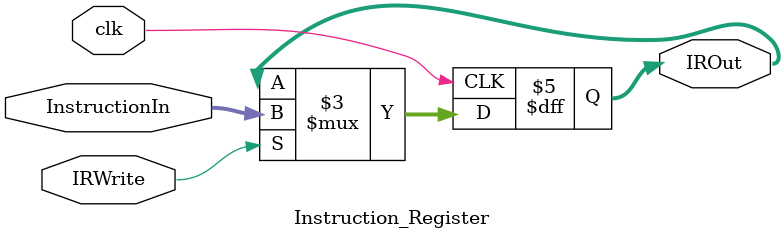
<source format=v>
`timescale 1ns / 1ps
module Instruction_Register(
		input[DATA_WIDTH-1:0] InstructionIn,
		input IRWrite,
		input clk,
		output reg[DATA_WIDTH-1:0] IROut		
    );

	parameter DATA_WIDTH = 32;
	initial
		IROut <= 0;
	
	always @(posedge clk) begin
		if (IRWrite)
			IROut <= InstructionIn;
	end
endmodule

</source>
